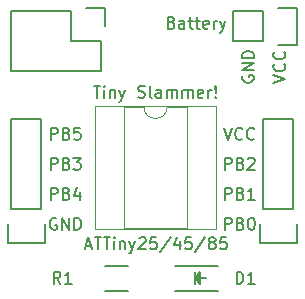
<source format=gbr>
G04 #@! TF.FileFunction,Legend,Top*
%FSLAX46Y46*%
G04 Gerber Fmt 4.6, Leading zero omitted, Abs format (unit mm)*
G04 Created by KiCad (PCBNEW 4.0.7) date Sun Jun  3 02:11:31 2018*
%MOMM*%
%LPD*%
G01*
G04 APERTURE LIST*
%ADD10C,0.100000*%
%ADD11C,0.200000*%
%ADD12C,0.150000*%
%ADD13C,0.120000*%
G04 APERTURE END LIST*
D10*
D11*
X138105309Y-130341667D02*
X138581500Y-130341667D01*
X138010071Y-130627381D02*
X138343404Y-129627381D01*
X138676738Y-130627381D01*
X138867214Y-129627381D02*
X139438643Y-129627381D01*
X139152928Y-130627381D02*
X139152928Y-129627381D01*
X139629119Y-129627381D02*
X140200548Y-129627381D01*
X139914833Y-130627381D02*
X139914833Y-129627381D01*
X140533881Y-130627381D02*
X140533881Y-129960714D01*
X140533881Y-129627381D02*
X140486262Y-129675000D01*
X140533881Y-129722619D01*
X140581500Y-129675000D01*
X140533881Y-129627381D01*
X140533881Y-129722619D01*
X141010071Y-129960714D02*
X141010071Y-130627381D01*
X141010071Y-130055952D02*
X141057690Y-130008333D01*
X141152928Y-129960714D01*
X141295786Y-129960714D01*
X141391024Y-130008333D01*
X141438643Y-130103571D01*
X141438643Y-130627381D01*
X141819595Y-129960714D02*
X142057690Y-130627381D01*
X142295786Y-129960714D02*
X142057690Y-130627381D01*
X141962452Y-130865476D01*
X141914833Y-130913095D01*
X141819595Y-130960714D01*
X142629119Y-129722619D02*
X142676738Y-129675000D01*
X142771976Y-129627381D01*
X143010072Y-129627381D01*
X143105310Y-129675000D01*
X143152929Y-129722619D01*
X143200548Y-129817857D01*
X143200548Y-129913095D01*
X143152929Y-130055952D01*
X142581500Y-130627381D01*
X143200548Y-130627381D01*
X144105310Y-129627381D02*
X143629119Y-129627381D01*
X143581500Y-130103571D01*
X143629119Y-130055952D01*
X143724357Y-130008333D01*
X143962453Y-130008333D01*
X144057691Y-130055952D01*
X144105310Y-130103571D01*
X144152929Y-130198810D01*
X144152929Y-130436905D01*
X144105310Y-130532143D01*
X144057691Y-130579762D01*
X143962453Y-130627381D01*
X143724357Y-130627381D01*
X143629119Y-130579762D01*
X143581500Y-130532143D01*
X145295786Y-129579762D02*
X144438643Y-130865476D01*
X146057691Y-129960714D02*
X146057691Y-130627381D01*
X145819595Y-129579762D02*
X145581500Y-130294048D01*
X146200548Y-130294048D01*
X147057691Y-129627381D02*
X146581500Y-129627381D01*
X146533881Y-130103571D01*
X146581500Y-130055952D01*
X146676738Y-130008333D01*
X146914834Y-130008333D01*
X147010072Y-130055952D01*
X147057691Y-130103571D01*
X147105310Y-130198810D01*
X147105310Y-130436905D01*
X147057691Y-130532143D01*
X147010072Y-130579762D01*
X146914834Y-130627381D01*
X146676738Y-130627381D01*
X146581500Y-130579762D01*
X146533881Y-130532143D01*
X148248167Y-129579762D02*
X147391024Y-130865476D01*
X148724357Y-130055952D02*
X148629119Y-130008333D01*
X148581500Y-129960714D01*
X148533881Y-129865476D01*
X148533881Y-129817857D01*
X148581500Y-129722619D01*
X148629119Y-129675000D01*
X148724357Y-129627381D01*
X148914834Y-129627381D01*
X149010072Y-129675000D01*
X149057691Y-129722619D01*
X149105310Y-129817857D01*
X149105310Y-129865476D01*
X149057691Y-129960714D01*
X149010072Y-130008333D01*
X148914834Y-130055952D01*
X148724357Y-130055952D01*
X148629119Y-130103571D01*
X148581500Y-130151190D01*
X148533881Y-130246429D01*
X148533881Y-130436905D01*
X148581500Y-130532143D01*
X148629119Y-130579762D01*
X148724357Y-130627381D01*
X148914834Y-130627381D01*
X149010072Y-130579762D01*
X149057691Y-130532143D01*
X149105310Y-130436905D01*
X149105310Y-130246429D01*
X149057691Y-130151190D01*
X149010072Y-130103571D01*
X148914834Y-130055952D01*
X150010072Y-129627381D02*
X149533881Y-129627381D01*
X149486262Y-130103571D01*
X149533881Y-130055952D01*
X149629119Y-130008333D01*
X149867215Y-130008333D01*
X149962453Y-130055952D01*
X150010072Y-130103571D01*
X150057691Y-130198810D01*
X150057691Y-130436905D01*
X150010072Y-130532143D01*
X149962453Y-130579762D01*
X149867215Y-130627381D01*
X149629119Y-130627381D01*
X149533881Y-130579762D01*
X149486262Y-130532143D01*
X149891905Y-128976381D02*
X149891905Y-127976381D01*
X150272858Y-127976381D01*
X150368096Y-128024000D01*
X150415715Y-128071619D01*
X150463334Y-128166857D01*
X150463334Y-128309714D01*
X150415715Y-128404952D01*
X150368096Y-128452571D01*
X150272858Y-128500190D01*
X149891905Y-128500190D01*
X151225239Y-128452571D02*
X151368096Y-128500190D01*
X151415715Y-128547810D01*
X151463334Y-128643048D01*
X151463334Y-128785905D01*
X151415715Y-128881143D01*
X151368096Y-128928762D01*
X151272858Y-128976381D01*
X150891905Y-128976381D01*
X150891905Y-127976381D01*
X151225239Y-127976381D01*
X151320477Y-128024000D01*
X151368096Y-128071619D01*
X151415715Y-128166857D01*
X151415715Y-128262095D01*
X151368096Y-128357333D01*
X151320477Y-128404952D01*
X151225239Y-128452571D01*
X150891905Y-128452571D01*
X152082381Y-127976381D02*
X152177620Y-127976381D01*
X152272858Y-128024000D01*
X152320477Y-128071619D01*
X152368096Y-128166857D01*
X152415715Y-128357333D01*
X152415715Y-128595429D01*
X152368096Y-128785905D01*
X152320477Y-128881143D01*
X152272858Y-128928762D01*
X152177620Y-128976381D01*
X152082381Y-128976381D01*
X151987143Y-128928762D01*
X151939524Y-128881143D01*
X151891905Y-128785905D01*
X151844286Y-128595429D01*
X151844286Y-128357333D01*
X151891905Y-128166857D01*
X151939524Y-128071619D01*
X151987143Y-128024000D01*
X152082381Y-127976381D01*
X149891905Y-126436381D02*
X149891905Y-125436381D01*
X150272858Y-125436381D01*
X150368096Y-125484000D01*
X150415715Y-125531619D01*
X150463334Y-125626857D01*
X150463334Y-125769714D01*
X150415715Y-125864952D01*
X150368096Y-125912571D01*
X150272858Y-125960190D01*
X149891905Y-125960190D01*
X151225239Y-125912571D02*
X151368096Y-125960190D01*
X151415715Y-126007810D01*
X151463334Y-126103048D01*
X151463334Y-126245905D01*
X151415715Y-126341143D01*
X151368096Y-126388762D01*
X151272858Y-126436381D01*
X150891905Y-126436381D01*
X150891905Y-125436381D01*
X151225239Y-125436381D01*
X151320477Y-125484000D01*
X151368096Y-125531619D01*
X151415715Y-125626857D01*
X151415715Y-125722095D01*
X151368096Y-125817333D01*
X151320477Y-125864952D01*
X151225239Y-125912571D01*
X150891905Y-125912571D01*
X152415715Y-126436381D02*
X151844286Y-126436381D01*
X152130000Y-126436381D02*
X152130000Y-125436381D01*
X152034762Y-125579238D01*
X151939524Y-125674476D01*
X151844286Y-125722095D01*
X149891905Y-123896381D02*
X149891905Y-122896381D01*
X150272858Y-122896381D01*
X150368096Y-122944000D01*
X150415715Y-122991619D01*
X150463334Y-123086857D01*
X150463334Y-123229714D01*
X150415715Y-123324952D01*
X150368096Y-123372571D01*
X150272858Y-123420190D01*
X149891905Y-123420190D01*
X151225239Y-123372571D02*
X151368096Y-123420190D01*
X151415715Y-123467810D01*
X151463334Y-123563048D01*
X151463334Y-123705905D01*
X151415715Y-123801143D01*
X151368096Y-123848762D01*
X151272858Y-123896381D01*
X150891905Y-123896381D01*
X150891905Y-122896381D01*
X151225239Y-122896381D01*
X151320477Y-122944000D01*
X151368096Y-122991619D01*
X151415715Y-123086857D01*
X151415715Y-123182095D01*
X151368096Y-123277333D01*
X151320477Y-123324952D01*
X151225239Y-123372571D01*
X150891905Y-123372571D01*
X151844286Y-122991619D02*
X151891905Y-122944000D01*
X151987143Y-122896381D01*
X152225239Y-122896381D01*
X152320477Y-122944000D01*
X152368096Y-122991619D01*
X152415715Y-123086857D01*
X152415715Y-123182095D01*
X152368096Y-123324952D01*
X151796667Y-123896381D01*
X152415715Y-123896381D01*
X149796667Y-120356381D02*
X150130000Y-121356381D01*
X150463334Y-120356381D01*
X151368096Y-121261143D02*
X151320477Y-121308762D01*
X151177620Y-121356381D01*
X151082382Y-121356381D01*
X150939524Y-121308762D01*
X150844286Y-121213524D01*
X150796667Y-121118286D01*
X150749048Y-120927810D01*
X150749048Y-120784952D01*
X150796667Y-120594476D01*
X150844286Y-120499238D01*
X150939524Y-120404000D01*
X151082382Y-120356381D01*
X151177620Y-120356381D01*
X151320477Y-120404000D01*
X151368096Y-120451619D01*
X152368096Y-121261143D02*
X152320477Y-121308762D01*
X152177620Y-121356381D01*
X152082382Y-121356381D01*
X151939524Y-121308762D01*
X151844286Y-121213524D01*
X151796667Y-121118286D01*
X151749048Y-120927810D01*
X151749048Y-120784952D01*
X151796667Y-120594476D01*
X151844286Y-120499238D01*
X151939524Y-120404000D01*
X152082382Y-120356381D01*
X152177620Y-120356381D01*
X152320477Y-120404000D01*
X152368096Y-120451619D01*
X135636096Y-128024000D02*
X135540858Y-127976381D01*
X135398001Y-127976381D01*
X135255143Y-128024000D01*
X135159905Y-128119238D01*
X135112286Y-128214476D01*
X135064667Y-128404952D01*
X135064667Y-128547810D01*
X135112286Y-128738286D01*
X135159905Y-128833524D01*
X135255143Y-128928762D01*
X135398001Y-128976381D01*
X135493239Y-128976381D01*
X135636096Y-128928762D01*
X135683715Y-128881143D01*
X135683715Y-128547810D01*
X135493239Y-128547810D01*
X136112286Y-128976381D02*
X136112286Y-127976381D01*
X136683715Y-128976381D01*
X136683715Y-127976381D01*
X137159905Y-128976381D02*
X137159905Y-127976381D01*
X137398000Y-127976381D01*
X137540858Y-128024000D01*
X137636096Y-128119238D01*
X137683715Y-128214476D01*
X137731334Y-128404952D01*
X137731334Y-128547810D01*
X137683715Y-128738286D01*
X137636096Y-128833524D01*
X137540858Y-128928762D01*
X137398000Y-128976381D01*
X137159905Y-128976381D01*
X135159905Y-126436381D02*
X135159905Y-125436381D01*
X135540858Y-125436381D01*
X135636096Y-125484000D01*
X135683715Y-125531619D01*
X135731334Y-125626857D01*
X135731334Y-125769714D01*
X135683715Y-125864952D01*
X135636096Y-125912571D01*
X135540858Y-125960190D01*
X135159905Y-125960190D01*
X136493239Y-125912571D02*
X136636096Y-125960190D01*
X136683715Y-126007810D01*
X136731334Y-126103048D01*
X136731334Y-126245905D01*
X136683715Y-126341143D01*
X136636096Y-126388762D01*
X136540858Y-126436381D01*
X136159905Y-126436381D01*
X136159905Y-125436381D01*
X136493239Y-125436381D01*
X136588477Y-125484000D01*
X136636096Y-125531619D01*
X136683715Y-125626857D01*
X136683715Y-125722095D01*
X136636096Y-125817333D01*
X136588477Y-125864952D01*
X136493239Y-125912571D01*
X136159905Y-125912571D01*
X137588477Y-125769714D02*
X137588477Y-126436381D01*
X137350381Y-125388762D02*
X137112286Y-126103048D01*
X137731334Y-126103048D01*
X135159905Y-123896381D02*
X135159905Y-122896381D01*
X135540858Y-122896381D01*
X135636096Y-122944000D01*
X135683715Y-122991619D01*
X135731334Y-123086857D01*
X135731334Y-123229714D01*
X135683715Y-123324952D01*
X135636096Y-123372571D01*
X135540858Y-123420190D01*
X135159905Y-123420190D01*
X136493239Y-123372571D02*
X136636096Y-123420190D01*
X136683715Y-123467810D01*
X136731334Y-123563048D01*
X136731334Y-123705905D01*
X136683715Y-123801143D01*
X136636096Y-123848762D01*
X136540858Y-123896381D01*
X136159905Y-123896381D01*
X136159905Y-122896381D01*
X136493239Y-122896381D01*
X136588477Y-122944000D01*
X136636096Y-122991619D01*
X136683715Y-123086857D01*
X136683715Y-123182095D01*
X136636096Y-123277333D01*
X136588477Y-123324952D01*
X136493239Y-123372571D01*
X136159905Y-123372571D01*
X137064667Y-122896381D02*
X137683715Y-122896381D01*
X137350381Y-123277333D01*
X137493239Y-123277333D01*
X137588477Y-123324952D01*
X137636096Y-123372571D01*
X137683715Y-123467810D01*
X137683715Y-123705905D01*
X137636096Y-123801143D01*
X137588477Y-123848762D01*
X137493239Y-123896381D01*
X137207524Y-123896381D01*
X137112286Y-123848762D01*
X137064667Y-123801143D01*
X135159905Y-121356381D02*
X135159905Y-120356381D01*
X135540858Y-120356381D01*
X135636096Y-120404000D01*
X135683715Y-120451619D01*
X135731334Y-120546857D01*
X135731334Y-120689714D01*
X135683715Y-120784952D01*
X135636096Y-120832571D01*
X135540858Y-120880190D01*
X135159905Y-120880190D01*
X136493239Y-120832571D02*
X136636096Y-120880190D01*
X136683715Y-120927810D01*
X136731334Y-121023048D01*
X136731334Y-121165905D01*
X136683715Y-121261143D01*
X136636096Y-121308762D01*
X136540858Y-121356381D01*
X136159905Y-121356381D01*
X136159905Y-120356381D01*
X136493239Y-120356381D01*
X136588477Y-120404000D01*
X136636096Y-120451619D01*
X136683715Y-120546857D01*
X136683715Y-120642095D01*
X136636096Y-120737333D01*
X136588477Y-120784952D01*
X136493239Y-120832571D01*
X136159905Y-120832571D01*
X137636096Y-120356381D02*
X137159905Y-120356381D01*
X137112286Y-120832571D01*
X137159905Y-120784952D01*
X137255143Y-120737333D01*
X137493239Y-120737333D01*
X137588477Y-120784952D01*
X137636096Y-120832571D01*
X137683715Y-120927810D01*
X137683715Y-121165905D01*
X137636096Y-121261143D01*
X137588477Y-121308762D01*
X137493239Y-121356381D01*
X137255143Y-121356381D01*
X137159905Y-121308762D01*
X137112286Y-121261143D01*
X145375571Y-111434571D02*
X145518428Y-111482190D01*
X145566047Y-111529810D01*
X145613666Y-111625048D01*
X145613666Y-111767905D01*
X145566047Y-111863143D01*
X145518428Y-111910762D01*
X145423190Y-111958381D01*
X145042237Y-111958381D01*
X145042237Y-110958381D01*
X145375571Y-110958381D01*
X145470809Y-111006000D01*
X145518428Y-111053619D01*
X145566047Y-111148857D01*
X145566047Y-111244095D01*
X145518428Y-111339333D01*
X145470809Y-111386952D01*
X145375571Y-111434571D01*
X145042237Y-111434571D01*
X146470809Y-111958381D02*
X146470809Y-111434571D01*
X146423190Y-111339333D01*
X146327952Y-111291714D01*
X146137475Y-111291714D01*
X146042237Y-111339333D01*
X146470809Y-111910762D02*
X146375571Y-111958381D01*
X146137475Y-111958381D01*
X146042237Y-111910762D01*
X145994618Y-111815524D01*
X145994618Y-111720286D01*
X146042237Y-111625048D01*
X146137475Y-111577429D01*
X146375571Y-111577429D01*
X146470809Y-111529810D01*
X146804142Y-111291714D02*
X147185094Y-111291714D01*
X146946999Y-110958381D02*
X146946999Y-111815524D01*
X146994618Y-111910762D01*
X147089856Y-111958381D01*
X147185094Y-111958381D01*
X147375571Y-111291714D02*
X147756523Y-111291714D01*
X147518428Y-110958381D02*
X147518428Y-111815524D01*
X147566047Y-111910762D01*
X147661285Y-111958381D01*
X147756523Y-111958381D01*
X148470810Y-111910762D02*
X148375572Y-111958381D01*
X148185095Y-111958381D01*
X148089857Y-111910762D01*
X148042238Y-111815524D01*
X148042238Y-111434571D01*
X148089857Y-111339333D01*
X148185095Y-111291714D01*
X148375572Y-111291714D01*
X148470810Y-111339333D01*
X148518429Y-111434571D01*
X148518429Y-111529810D01*
X148042238Y-111625048D01*
X148947000Y-111958381D02*
X148947000Y-111291714D01*
X148947000Y-111482190D02*
X148994619Y-111386952D01*
X149042238Y-111339333D01*
X149137476Y-111291714D01*
X149232715Y-111291714D01*
X149470810Y-111291714D02*
X149708905Y-111958381D01*
X149947001Y-111291714D02*
X149708905Y-111958381D01*
X149613667Y-112196476D01*
X149566048Y-112244095D01*
X149470810Y-112291714D01*
X154011381Y-116522333D02*
X155011381Y-116189000D01*
X154011381Y-115855666D01*
X154916143Y-114950904D02*
X154963762Y-114998523D01*
X155011381Y-115141380D01*
X155011381Y-115236618D01*
X154963762Y-115379476D01*
X154868524Y-115474714D01*
X154773286Y-115522333D01*
X154582810Y-115569952D01*
X154439952Y-115569952D01*
X154249476Y-115522333D01*
X154154238Y-115474714D01*
X154059000Y-115379476D01*
X154011381Y-115236618D01*
X154011381Y-115141380D01*
X154059000Y-114998523D01*
X154106619Y-114950904D01*
X154916143Y-113950904D02*
X154963762Y-113998523D01*
X155011381Y-114141380D01*
X155011381Y-114236618D01*
X154963762Y-114379476D01*
X154868524Y-114474714D01*
X154773286Y-114522333D01*
X154582810Y-114569952D01*
X154439952Y-114569952D01*
X154249476Y-114522333D01*
X154154238Y-114474714D01*
X154059000Y-114379476D01*
X154011381Y-114236618D01*
X154011381Y-114141380D01*
X154059000Y-113998523D01*
X154106619Y-113950904D01*
X151392000Y-115950904D02*
X151344381Y-116046142D01*
X151344381Y-116188999D01*
X151392000Y-116331857D01*
X151487238Y-116427095D01*
X151582476Y-116474714D01*
X151772952Y-116522333D01*
X151915810Y-116522333D01*
X152106286Y-116474714D01*
X152201524Y-116427095D01*
X152296762Y-116331857D01*
X152344381Y-116188999D01*
X152344381Y-116093761D01*
X152296762Y-115950904D01*
X152249143Y-115903285D01*
X151915810Y-115903285D01*
X151915810Y-116093761D01*
X152344381Y-115474714D02*
X151344381Y-115474714D01*
X152344381Y-114903285D01*
X151344381Y-114903285D01*
X152344381Y-114427095D02*
X151344381Y-114427095D01*
X151344381Y-114189000D01*
X151392000Y-114046142D01*
X151487238Y-113950904D01*
X151582476Y-113903285D01*
X151772952Y-113855666D01*
X151915810Y-113855666D01*
X152106286Y-113903285D01*
X152201524Y-113950904D01*
X152296762Y-114046142D01*
X152344381Y-114189000D01*
X152344381Y-114427095D01*
X138779905Y-116800381D02*
X139351334Y-116800381D01*
X139065619Y-117800381D02*
X139065619Y-116800381D01*
X139684667Y-117800381D02*
X139684667Y-117133714D01*
X139684667Y-116800381D02*
X139637048Y-116848000D01*
X139684667Y-116895619D01*
X139732286Y-116848000D01*
X139684667Y-116800381D01*
X139684667Y-116895619D01*
X140160857Y-117133714D02*
X140160857Y-117800381D01*
X140160857Y-117228952D02*
X140208476Y-117181333D01*
X140303714Y-117133714D01*
X140446572Y-117133714D01*
X140541810Y-117181333D01*
X140589429Y-117276571D01*
X140589429Y-117800381D01*
X140970381Y-117133714D02*
X141208476Y-117800381D01*
X141446572Y-117133714D02*
X141208476Y-117800381D01*
X141113238Y-118038476D01*
X141065619Y-118086095D01*
X140970381Y-118133714D01*
X142541810Y-117752762D02*
X142684667Y-117800381D01*
X142922763Y-117800381D01*
X143018001Y-117752762D01*
X143065620Y-117705143D01*
X143113239Y-117609905D01*
X143113239Y-117514667D01*
X143065620Y-117419429D01*
X143018001Y-117371810D01*
X142922763Y-117324190D01*
X142732286Y-117276571D01*
X142637048Y-117228952D01*
X142589429Y-117181333D01*
X142541810Y-117086095D01*
X142541810Y-116990857D01*
X142589429Y-116895619D01*
X142637048Y-116848000D01*
X142732286Y-116800381D01*
X142970382Y-116800381D01*
X143113239Y-116848000D01*
X143684667Y-117800381D02*
X143589429Y-117752762D01*
X143541810Y-117657524D01*
X143541810Y-116800381D01*
X144494192Y-117800381D02*
X144494192Y-117276571D01*
X144446573Y-117181333D01*
X144351335Y-117133714D01*
X144160858Y-117133714D01*
X144065620Y-117181333D01*
X144494192Y-117752762D02*
X144398954Y-117800381D01*
X144160858Y-117800381D01*
X144065620Y-117752762D01*
X144018001Y-117657524D01*
X144018001Y-117562286D01*
X144065620Y-117467048D01*
X144160858Y-117419429D01*
X144398954Y-117419429D01*
X144494192Y-117371810D01*
X144970382Y-117800381D02*
X144970382Y-117133714D01*
X144970382Y-117228952D02*
X145018001Y-117181333D01*
X145113239Y-117133714D01*
X145256097Y-117133714D01*
X145351335Y-117181333D01*
X145398954Y-117276571D01*
X145398954Y-117800381D01*
X145398954Y-117276571D02*
X145446573Y-117181333D01*
X145541811Y-117133714D01*
X145684668Y-117133714D01*
X145779906Y-117181333D01*
X145827525Y-117276571D01*
X145827525Y-117800381D01*
X146303715Y-117800381D02*
X146303715Y-117133714D01*
X146303715Y-117228952D02*
X146351334Y-117181333D01*
X146446572Y-117133714D01*
X146589430Y-117133714D01*
X146684668Y-117181333D01*
X146732287Y-117276571D01*
X146732287Y-117800381D01*
X146732287Y-117276571D02*
X146779906Y-117181333D01*
X146875144Y-117133714D01*
X147018001Y-117133714D01*
X147113239Y-117181333D01*
X147160858Y-117276571D01*
X147160858Y-117800381D01*
X148018001Y-117752762D02*
X147922763Y-117800381D01*
X147732286Y-117800381D01*
X147637048Y-117752762D01*
X147589429Y-117657524D01*
X147589429Y-117276571D01*
X147637048Y-117181333D01*
X147732286Y-117133714D01*
X147922763Y-117133714D01*
X148018001Y-117181333D01*
X148065620Y-117276571D01*
X148065620Y-117371810D01*
X147589429Y-117467048D01*
X148494191Y-117800381D02*
X148494191Y-117133714D01*
X148494191Y-117324190D02*
X148541810Y-117228952D01*
X148589429Y-117181333D01*
X148684667Y-117133714D01*
X148779906Y-117133714D01*
X149113239Y-117705143D02*
X149160858Y-117752762D01*
X149113239Y-117800381D01*
X149065620Y-117752762D01*
X149113239Y-117705143D01*
X149113239Y-117800381D01*
X149113239Y-117419429D02*
X149065620Y-116848000D01*
X149113239Y-116800381D01*
X149160858Y-116848000D01*
X149113239Y-117419429D01*
X149113239Y-116800381D01*
D12*
X153162000Y-113030000D02*
X150622000Y-113030000D01*
X155982000Y-113310000D02*
X154432000Y-113310000D01*
X153162000Y-113030000D02*
X153162000Y-110490000D01*
X154432000Y-110210000D02*
X155982000Y-110210000D01*
X155982000Y-110210000D02*
X155982000Y-113310000D01*
X153162000Y-110490000D02*
X150622000Y-110490000D01*
X150622000Y-110490000D02*
X150622000Y-113030000D01*
X145678000Y-134146000D02*
X149278000Y-134146000D01*
X145678000Y-132046000D02*
X149278000Y-132046000D01*
X147728000Y-132796000D02*
X147728000Y-133396000D01*
X147728000Y-133396000D02*
X147428000Y-133096000D01*
X147428000Y-133096000D02*
X147628000Y-132896000D01*
X147628000Y-132896000D02*
X147628000Y-133146000D01*
X147628000Y-133146000D02*
X147578000Y-133096000D01*
X147328000Y-132596000D02*
X147328000Y-133596000D01*
X147828000Y-133096000D02*
X148328000Y-133096000D01*
X147328000Y-133096000D02*
X147828000Y-132596000D01*
X147828000Y-132596000D02*
X147828000Y-133596000D01*
X147828000Y-133596000D02*
X147328000Y-133096000D01*
D13*
X145018000Y-118558000D02*
G75*
G02X143018000Y-118558000I-1000000J0D01*
G01*
X143018000Y-118558000D02*
X141368000Y-118558000D01*
X141368000Y-118558000D02*
X141368000Y-128838000D01*
X141368000Y-128838000D02*
X146668000Y-128838000D01*
X146668000Y-128838000D02*
X146668000Y-118558000D01*
X146668000Y-118558000D02*
X145018000Y-118558000D01*
X138878000Y-118498000D02*
X138878000Y-128898000D01*
X138878000Y-128898000D02*
X149158000Y-128898000D01*
X149158000Y-128898000D02*
X149158000Y-118498000D01*
X149158000Y-118498000D02*
X138878000Y-118498000D01*
D12*
X131826000Y-127254000D02*
X131826000Y-119634000D01*
X134366000Y-127254000D02*
X134366000Y-119634000D01*
X134646000Y-130074000D02*
X134646000Y-128524000D01*
X131826000Y-119634000D02*
X134366000Y-119634000D01*
X134366000Y-127254000D02*
X131826000Y-127254000D01*
X131546000Y-128524000D02*
X131546000Y-130074000D01*
X131546000Y-130074000D02*
X134646000Y-130074000D01*
X136906000Y-110490000D02*
X131826000Y-110490000D01*
X139726000Y-110210000D02*
X139726000Y-111760000D01*
X139446000Y-113030000D02*
X136906000Y-113030000D01*
X136906000Y-113030000D02*
X136906000Y-110490000D01*
X131826000Y-110490000D02*
X131826000Y-115570000D01*
X131826000Y-115570000D02*
X136906000Y-115570000D01*
X139726000Y-110210000D02*
X138176000Y-110210000D01*
X139446000Y-115570000D02*
X139446000Y-113030000D01*
X136906000Y-115570000D02*
X139446000Y-115570000D01*
X139716000Y-132021000D02*
X141716000Y-132021000D01*
X141716000Y-134171000D02*
X139716000Y-134171000D01*
X153162000Y-127254000D02*
X153162000Y-119634000D01*
X155702000Y-127254000D02*
X155702000Y-119634000D01*
X155982000Y-130074000D02*
X155982000Y-128524000D01*
X153162000Y-119634000D02*
X155702000Y-119634000D01*
X155702000Y-127254000D02*
X153162000Y-127254000D01*
X152882000Y-128524000D02*
X152882000Y-130074000D01*
X152882000Y-130074000D02*
X155982000Y-130074000D01*
X150899905Y-133548381D02*
X150899905Y-132548381D01*
X151138000Y-132548381D01*
X151280858Y-132596000D01*
X151376096Y-132691238D01*
X151423715Y-132786476D01*
X151471334Y-132976952D01*
X151471334Y-133119810D01*
X151423715Y-133310286D01*
X151376096Y-133405524D01*
X151280858Y-133500762D01*
X151138000Y-133548381D01*
X150899905Y-133548381D01*
X152423715Y-133548381D02*
X151852286Y-133548381D01*
X152138000Y-133548381D02*
X152138000Y-132548381D01*
X152042762Y-132691238D01*
X151947524Y-132786476D01*
X151852286Y-132834095D01*
X135977334Y-133548381D02*
X135644000Y-133072190D01*
X135405905Y-133548381D02*
X135405905Y-132548381D01*
X135786858Y-132548381D01*
X135882096Y-132596000D01*
X135929715Y-132643619D01*
X135977334Y-132738857D01*
X135977334Y-132881714D01*
X135929715Y-132976952D01*
X135882096Y-133024571D01*
X135786858Y-133072190D01*
X135405905Y-133072190D01*
X136929715Y-133548381D02*
X136358286Y-133548381D01*
X136644000Y-133548381D02*
X136644000Y-132548381D01*
X136548762Y-132691238D01*
X136453524Y-132786476D01*
X136358286Y-132834095D01*
M02*

</source>
